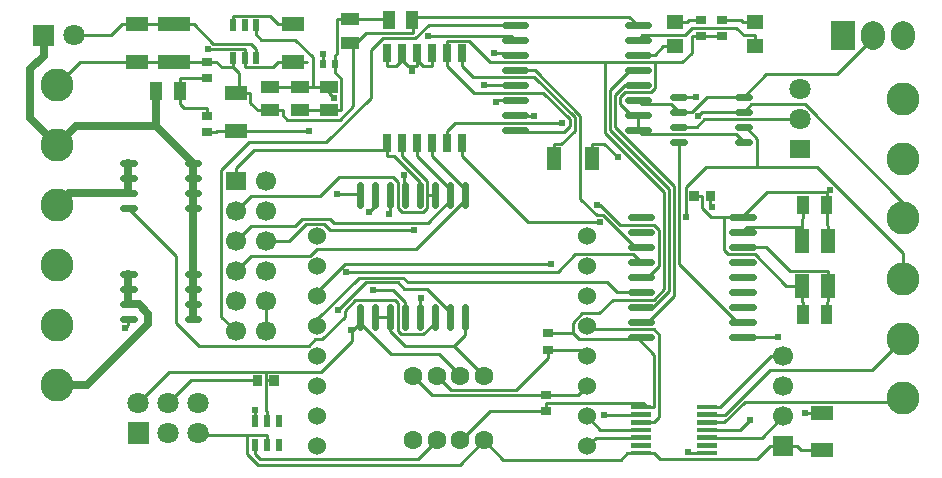
<source format=gtl>
G04 Layer: TopLayer*
G04 EasyEDA v6.4.7, 2020-12-07T12:31:00+11:00*
G04 abd5dd9122e84a36b54d064553817704,febe97c2bcdd4f57a3b586bf34626918,10*
G04 Gerber Generator version 0.2*
G04 Scale: 100 percent, Rotated: No, Reflected: No *
G04 Dimensions in millimeters *
G04 leading zeros omitted , absolute positions ,3 integer and 3 decimal *
%FSLAX33Y33*%
%MOMM*%
G90*
D02*

%ADD11C,0.259994*%
%ADD12C,0.650011*%
%ADD13C,0.599999*%
%ADD14C,0.610006*%
%ADD17R,1.550010X0.999998*%
%ADD18R,0.999998X1.550010*%
%ADD19R,0.499999X0.799998*%
%ADD20R,2.699995X1.199998*%
%ADD21R,0.899998X0.799998*%
%ADD22R,1.899996X1.199998*%
%ADD23R,0.550012X0.999998*%
%ADD24R,0.762000X1.524000*%
%ADD25R,1.399540X1.300480*%
%ADD26R,1.299997X1.999996*%
%ADD27R,0.499999X0.999998*%
%ADD29C,1.524000*%
%ADD30R,1.699997X1.699997*%
%ADD31C,1.699997*%
%ADD32C,1.799996*%
%ADD34C,1.599997*%
%ADD35C,2.800096*%
%ADD36R,1.699997X1.574800*%
%ADD37R,1.799996X1.574800*%
%ADD39C,1.999996*%

%LPD*%
G54D11*
G01X28829Y12192D02*
G01X28829Y12788D01*
G01X32379Y16339D01*
G01X36101Y16339D01*
G01X36522Y15918D01*
G01X53411Y15918D01*
G01X54216Y15113D01*
G01X56278Y15113D01*
G01X41148Y35306D02*
G01X41148Y34251D01*
G01X48945Y26416D02*
G01X48945Y27658D01*
G01X41148Y34251D02*
G01X42085Y33314D01*
G01X47269Y33314D01*
G01X50665Y29918D01*
G01X50665Y28778D01*
G01X49545Y27658D01*
G01X48945Y27658D01*
G01X38862Y12966D02*
G01X38862Y12527D01*
G01X37856Y11521D01*
G01X35946Y11521D01*
G01X35674Y11793D01*
G01X35674Y14168D01*
G01X35433Y14409D01*
G01X32110Y14409D01*
G01X31247Y13545D01*
G01X31247Y13032D01*
G01X29314Y11097D01*
G01X28689Y11097D01*
G01X28155Y10563D01*
G01X18839Y10563D01*
G01X16918Y12484D01*
G01X16918Y18186D01*
G01X12880Y22225D01*
G01X21971Y11811D02*
G01X20749Y13032D01*
G01X20749Y25438D01*
G01X23091Y27782D01*
G01X29608Y27782D01*
G01X33406Y31579D01*
G01X33406Y35605D01*
G01X34409Y36609D01*
G01X37190Y36609D01*
G01X38300Y37719D01*
G01X45605Y37719D01*
G01X55994Y32639D02*
G01X54891Y32639D01*
G01X54086Y31833D01*
G01X54086Y29042D01*
G01X59075Y24053D01*
G01X59075Y14747D01*
G01X56901Y12573D01*
G01X56278Y12573D01*
G01X31089Y38211D02*
G01X30556Y38211D01*
G01X31089Y38211D02*
G01X31623Y38211D01*
G01X31623Y38211D02*
G01X34831Y38211D01*
G01X34940Y38100D01*
G01X27432Y30495D02*
G01X29845Y30495D01*
G01X30911Y30495D02*
G01X30911Y33157D01*
G01X30345Y33723D01*
G01X29845Y30495D02*
G01X30911Y30495D01*
G01X30345Y34417D02*
G01X30345Y33723D01*
G01X30556Y38211D02*
G01X30556Y35318D01*
G01X30345Y35110D01*
G01X30345Y34417D02*
G01X30345Y35110D01*
G01X45605Y33909D02*
G01X47271Y33909D01*
G01X51163Y30020D01*
G01X51163Y22997D01*
G01X52524Y21635D01*
G01X53065Y21635D01*
G01X55778Y18923D01*
G01X56278Y18923D01*
G01X55994Y33909D02*
G01X55394Y33909D01*
G01X53665Y32176D01*
G01X53665Y28818D01*
G01X58653Y23830D01*
G01X58653Y15156D01*
G01X57340Y13843D01*
G01X56278Y13843D01*
G01X61854Y4079D02*
G01X63347Y4079D01*
G01X65064Y5793D01*
G01X78183Y5793D01*
G01X78488Y6096D01*
G54D12*
G01X18361Y15367D02*
G01X18361Y14097D01*
G01X18361Y14097D02*
G01X18361Y12827D01*
G01X18361Y15367D02*
G01X18361Y16637D01*
G01X18361Y16637D02*
G01X18361Y22225D01*
G01X18361Y24765D02*
G01X18361Y23495D01*
G01X18361Y23495D02*
G01X18361Y22225D01*
G01X18361Y26035D02*
G01X18361Y24765D01*
G01X15255Y29138D02*
G01X8437Y29138D01*
G01X6860Y27559D01*
G01X18361Y26035D02*
G01X15255Y29138D01*
G01X15255Y29138D02*
G01X15255Y32131D01*
G01X5715Y35105D02*
G01X4594Y33982D01*
G01X4594Y29824D01*
G01X6860Y27559D01*
G01X5715Y36830D02*
G01X5715Y35105D01*
G54D11*
G01X37338Y27686D02*
G01X37338Y26614D01*
G01X40132Y23820D01*
G01X40132Y23355D01*
G01X21971Y19431D02*
G01X23279Y20739D01*
G01X27033Y20739D01*
G01X27589Y21295D01*
G01X29954Y21295D01*
G01X30279Y20972D01*
G01X38237Y20972D01*
G01X40132Y22867D01*
G01X40132Y23355D01*
G01X61341Y38166D02*
G01X60332Y38166D01*
G01X60175Y38006D01*
G01X59182Y38006D02*
G01X60175Y38006D01*
G01X63119Y38166D02*
G01X64762Y38166D01*
G01X64919Y38006D01*
G01X65913Y38006D02*
G01X64919Y38006D01*
G01X59489Y27813D02*
G01X59499Y27805D01*
G01X59499Y17462D01*
G01X64386Y12573D01*
G01X64879Y12573D01*
G01X65913Y36850D02*
G01X64970Y36850D01*
G01X64361Y37457D01*
G01X60584Y37457D01*
G01X59974Y36850D01*
G01X56395Y36850D01*
G01X55994Y36449D01*
G01X65913Y35905D02*
G01X65913Y36850D01*
G01X55994Y35179D02*
G01X57462Y35179D01*
G01X58188Y35905D01*
G01X59182Y35905D02*
G01X58188Y35905D01*
G01X72092Y14333D02*
G01X72034Y14274D01*
G01X71993Y14274D01*
G01X71993Y13208D02*
G01X71993Y14274D01*
G01X72092Y14980D02*
G01X72092Y14333D01*
G01X72092Y14980D02*
G01X72092Y15626D01*
G01X72092Y16918D02*
G01X68889Y16918D01*
G01X66885Y18923D01*
G01X64879Y18923D01*
G01X72092Y15626D02*
G01X72092Y16918D01*
G01X69893Y19425D02*
G01X69893Y20612D01*
G01X69992Y22479D02*
G01X69992Y21412D01*
G01X69893Y20612D02*
G01X65298Y20612D01*
G01X64879Y20193D01*
G01X69992Y21412D02*
G01X69893Y21310D01*
G01X69893Y20612D01*
G01X25554Y37795D02*
G01X24836Y38514D01*
G01X21783Y38514D01*
G01X26797Y37795D02*
G01X25554Y37795D01*
G01X21783Y37721D02*
G01X21783Y38514D01*
G01X19558Y30728D02*
G01X17589Y30728D01*
G01X17256Y31064D01*
G01X19558Y30038D02*
G01X19558Y30728D01*
G01X17256Y32131D02*
G01X17256Y31064D01*
G01X19558Y33207D02*
G01X17266Y33207D01*
G01X17256Y33197D01*
G01X17256Y32131D02*
G01X17256Y33197D01*
G01X8255Y36830D02*
G01X11381Y36830D01*
G01X12346Y37795D01*
G01X23682Y34922D02*
G01X23682Y35714D01*
G01X16764Y37795D02*
G01X18407Y37795D01*
G01X12969Y37795D02*
G01X12346Y37795D01*
G01X12969Y37795D02*
G01X13589Y37795D01*
G01X13589Y37795D02*
G01X16764Y37795D01*
G01X18407Y37795D02*
G01X20063Y36136D01*
G01X23261Y36136D01*
G01X23682Y35714D01*
G01X34798Y27686D02*
G01X34798Y27157D01*
G01X34798Y27157D02*
G01X34798Y26631D01*
G01X21971Y24511D02*
G01X21971Y25590D01*
G01X34798Y27157D02*
G01X23538Y27157D01*
G01X21971Y25590D01*
G01X34798Y26631D02*
G01X35399Y26631D01*
G01X37592Y24439D01*
G01X37592Y23355D01*
G01X38183Y23355D02*
G01X38862Y23355D01*
G01X38183Y23355D02*
G01X38183Y22260D01*
G01X37838Y21912D01*
G01X36075Y21912D01*
G01X35730Y22260D01*
G01X35730Y24391D01*
G01X35290Y24831D01*
G01X30703Y24831D01*
G01X29116Y23241D01*
G01X23241Y23241D01*
G01X21971Y21971D01*
G01X36068Y27686D02*
G01X36068Y26631D01*
G01X36068Y26631D02*
G01X38183Y24516D01*
G01X38183Y23355D01*
G01X38608Y27686D02*
G01X38608Y26591D01*
G01X41402Y23797D01*
G01X41402Y23355D01*
G01X41402Y23355D02*
G01X41402Y22915D01*
G01X37244Y18757D01*
G01X28823Y18757D01*
G01X28227Y18161D01*
G01X23241Y18161D01*
G01X21971Y16891D01*
G54D12*
G01X12880Y26035D02*
G01X12880Y24765D01*
G01X12880Y24765D02*
G01X12880Y23495D01*
G01X12880Y23495D02*
G01X7874Y23495D01*
G01X6860Y22479D01*
G01X12880Y16637D02*
G01X12880Y15367D01*
G01X12880Y14097D02*
G01X12880Y15367D01*
G01X12880Y14097D02*
G01X13754Y14097D01*
G01X14574Y13276D01*
G01X14574Y12433D01*
G01X9380Y7239D01*
G01X6860Y7239D01*
G54D11*
G01X68326Y4572D02*
G01X66532Y2778D01*
G01X61854Y2778D01*
G01X56255Y3429D02*
G01X52832Y3429D01*
G01X51689Y4572D01*
G01X56255Y2778D02*
G01X52435Y2778D01*
G01X51689Y2032D01*
G01X57396Y4079D02*
G01X57845Y4526D01*
G01X57845Y11488D01*
G01X57393Y11938D01*
G01X51943Y11938D01*
G01X51689Y12192D01*
G01X56255Y4079D02*
G01X57396Y4079D01*
G01X61854Y4729D02*
G01X63400Y4729D01*
G01X67180Y8509D01*
G01X75819Y8509D01*
G01X78486Y11173D01*
G01X16256Y5715D02*
G01X18161Y7620D01*
G01X23809Y7620D01*
G01X62169Y23241D02*
G01X62169Y22499D01*
G01X39878Y27686D02*
G01X39878Y28740D01*
G01X62169Y22499D02*
G01X62257Y22407D01*
G01X62257Y22291D01*
G01X61854Y1478D02*
G01X60401Y1478D01*
G01X60294Y1584D01*
G01X49598Y29420D02*
G01X40558Y29420D01*
G01X39878Y28740D01*
G01X34798Y35306D02*
G01X34798Y34251D01*
G01X36068Y35306D02*
G01X36068Y34777D01*
G01X37338Y35306D02*
G01X37338Y34777D01*
G01X38608Y35306D02*
G01X38608Y34251D01*
G01X37338Y34777D02*
G01X37866Y34251D01*
G01X38608Y34251D01*
G01X34798Y34251D02*
G01X35542Y34251D01*
G01X36068Y34777D01*
G01X37338Y34777D02*
G01X37338Y34251D01*
G01X36068Y34777D02*
G01X36596Y34251D01*
G01X36939Y34251D01*
G01X36939Y34251D02*
G01X37338Y34251D01*
G01X36939Y33802D02*
G01X36939Y34251D01*
G01X36322Y12966D02*
G01X36322Y14295D01*
G01X35328Y15288D01*
G01X33604Y15288D01*
G01X27432Y32496D02*
G01X28498Y32496D01*
G01X29845Y32496D02*
G01X28498Y32496D01*
G01X27432Y32496D02*
G01X24892Y32496D01*
G01X29845Y32496D02*
G01X29845Y31973D01*
G01X30297Y31523D01*
G01X23682Y37721D02*
G01X23682Y36929D01*
G01X28498Y32496D02*
G01X28498Y34980D01*
G01X27002Y36479D01*
G01X24132Y36479D01*
G01X23682Y36929D01*
G01X45605Y36449D02*
G01X45267Y36786D01*
G01X38214Y36786D01*
G01X56255Y4729D02*
G01X53121Y4729D01*
G01X23637Y1381D02*
G01X24061Y960D01*
G01X37424Y960D01*
G01X39004Y2540D01*
G01X23637Y2174D02*
G01X23637Y1381D01*
G01X48387Y10220D02*
G01X51120Y10220D01*
G01X51689Y9652D01*
G01X39004Y8001D02*
G01X40167Y6837D01*
G01X45694Y6837D01*
G01X48387Y9530D01*
G01X48387Y10220D02*
G01X48387Y9530D01*
G01X45605Y30099D02*
G01X45648Y30055D01*
G01X47249Y30055D01*
G01X33782Y23355D02*
G01X33782Y22367D01*
G01X33291Y21877D01*
G01X48260Y6416D02*
G01X50993Y6416D01*
G01X51689Y7112D01*
G01X37005Y8001D02*
G01X38590Y6416D01*
G01X48260Y6416D01*
G01X23637Y4175D02*
G01X23637Y5153D01*
G01X35052Y23355D02*
G01X35052Y21846D01*
G01X34922Y21717D01*
G01X43975Y31216D02*
G01X44127Y31369D01*
G01X45605Y31369D01*
G01X64970Y27813D02*
G01X64335Y28448D01*
G01X56375Y28448D01*
G01X55994Y28829D01*
G01X61341Y36763D02*
G01X63119Y36763D01*
G01X61341Y36763D02*
G01X60599Y36763D01*
G01X48387Y11623D02*
G01X49128Y11623D01*
G01X55994Y30099D02*
G01X55994Y28829D01*
G01X56088Y11112D02*
G01X57396Y9804D01*
G01X57396Y5379D01*
G01X56278Y11303D02*
G01X56088Y11112D01*
G01X48260Y5013D02*
G01X43479Y5013D01*
G01X41005Y2540D01*
G01X56255Y5379D02*
G01X56827Y5379D01*
G01X56827Y5379D02*
G01X57396Y5379D01*
G01X56827Y5379D02*
G01X56497Y5707D01*
G01X48260Y5707D01*
G01X48260Y5013D02*
G01X48260Y5707D01*
G01X32512Y23355D02*
G01X32473Y23393D01*
G01X30573Y23393D01*
G01X25212Y7620D02*
G01X24518Y7620D01*
G01X24638Y4175D02*
G01X24638Y4968D01*
G01X24518Y7620D02*
G01X24518Y5087D01*
G01X24638Y4968D01*
G01X24518Y8336D02*
G01X24518Y7620D01*
G01X13716Y5715D02*
G01X16362Y8361D01*
G01X24493Y8361D01*
G01X24518Y8336D01*
G01X60599Y36763D02*
G01X60599Y35377D01*
G01X59766Y34544D01*
G01X57497Y34544D01*
G01X39878Y35831D02*
G01X39878Y36360D01*
G01X39878Y35831D02*
G01X39878Y35306D01*
G01X39878Y35306D02*
G01X39878Y34251D01*
G01X24518Y8336D02*
G01X29156Y8336D01*
G01X31798Y10980D01*
G01X31798Y11785D01*
G01X31798Y11785D02*
G01X31711Y11871D01*
G01X32512Y12446D02*
G01X31851Y11785D01*
G01X31798Y11785D01*
G01X41005Y8001D02*
G01X39149Y9857D01*
G01X35102Y9857D01*
G01X32512Y12446D01*
G01X32512Y12446D02*
G01X32512Y12966D01*
G01X45605Y28829D02*
G01X45788Y28646D01*
G01X49735Y28646D01*
G01X50241Y29151D01*
G01X50241Y29743D01*
G01X48023Y31960D01*
G01X42169Y31960D01*
G01X39878Y34251D01*
G01X55994Y30099D02*
G01X55412Y30099D01*
G01X54510Y31003D01*
G01X54510Y31658D01*
G01X54899Y32047D01*
G01X57142Y32047D01*
G01X57497Y32402D01*
G01X57497Y34544D01*
G01X57497Y34544D02*
G01X53218Y34544D01*
G01X53218Y34544D02*
G01X43533Y34544D01*
G01X41716Y36360D01*
G01X39878Y36360D01*
G01X50510Y11623D02*
G01X49128Y11623D01*
G01X56088Y11112D02*
G01X51020Y11112D01*
G01X50510Y11623D01*
G01X53218Y34544D02*
G01X53218Y28559D01*
G01X58229Y23550D01*
G01X58229Y15331D01*
G01X57353Y14455D01*
G01X53901Y14455D01*
G01X52758Y13312D01*
G01X51318Y13312D01*
G01X50510Y12504D01*
G01X50510Y11623D01*
G01X45605Y32639D02*
G01X42976Y32639D01*
G01X19558Y28635D02*
G01X20299Y28635D01*
G01X20299Y28635D02*
G01X20416Y28752D01*
G01X21971Y28752D01*
G01X21971Y28752D02*
G01X28191Y28752D01*
G01X67873Y11303D02*
G01X64879Y11303D01*
G01X59489Y31623D02*
G01X60965Y31623D01*
G01X43850Y35313D02*
G01X45471Y35313D01*
G01X45605Y35179D01*
G01X36322Y23355D02*
G01X36200Y23477D01*
G01X36200Y24978D01*
G01X24638Y2174D02*
G01X24638Y2966D01*
G01X35052Y12966D02*
G01X33782Y12966D01*
G01X69893Y14333D02*
G01X69951Y14274D01*
G01X69992Y14274D01*
G01X69992Y13208D02*
G01X69992Y14274D01*
G01X60766Y23241D02*
G01X61460Y23241D01*
G01X71628Y1701D02*
G01X69799Y1701D01*
G01X69469Y2032D01*
G01X55994Y37719D02*
G01X55288Y38425D01*
G01X37266Y38425D01*
G01X36941Y38100D01*
G01X55994Y31369D02*
G01X56332Y31031D01*
G01X58813Y31031D01*
G01X59489Y30353D01*
G01X69893Y14980D02*
G01X69893Y14333D01*
G01X69893Y14980D02*
G01X69893Y15626D01*
G01X71993Y22479D02*
G01X71993Y21516D01*
G01X71993Y21516D02*
G01X71993Y20817D01*
G01X72092Y20718D01*
G01X23213Y31953D02*
G01X23213Y31107D01*
G01X23825Y30495D01*
G01X24892Y30495D02*
G01X23825Y30495D01*
G01X72092Y19425D02*
G01X72092Y20718D01*
G01X21783Y34129D02*
G01X20779Y34129D01*
G01X20299Y34610D01*
G01X21783Y34922D02*
G01X21783Y34129D01*
G01X21971Y31953D02*
G01X22245Y31953D01*
G01X22245Y31953D02*
G01X23213Y31953D01*
G01X19928Y34610D02*
G01X20299Y34610D01*
G01X19928Y34610D02*
G01X19558Y34610D01*
G01X19558Y34610D02*
G01X18420Y34610D01*
G01X18407Y34594D01*
G01X16764Y34594D02*
G01X18407Y34594D01*
G01X16764Y34594D02*
G01X13589Y34594D01*
G01X13589Y34594D02*
G01X8813Y34594D01*
G01X6858Y32636D01*
G01X36941Y38100D02*
G01X36941Y37033D01*
G01X22245Y31953D02*
G01X22245Y33665D01*
G01X21783Y34129D01*
G01X36941Y37033D02*
G01X32979Y37033D01*
G01X32156Y36210D01*
G01X24511Y14351D02*
G01X24511Y11811D01*
G01X75946Y36830D02*
G01X75946Y36636D01*
G01X72852Y33543D01*
G01X66890Y33543D01*
G01X64970Y31623D01*
G01X56255Y1478D02*
G01X55112Y1478D01*
G01X68897Y2032D02*
G01X69469Y2032D01*
G01X68897Y2032D02*
G01X68326Y2032D01*
G01X67183Y2032D02*
G01X66139Y985D01*
G01X57889Y985D01*
G01X57396Y1478D01*
G01X68326Y2032D02*
G01X67183Y2032D01*
G01X56255Y1478D02*
G01X57396Y1478D01*
G01X71993Y22479D02*
G01X71993Y23545D01*
G01X64879Y21463D02*
G01X66962Y23545D01*
G01X71993Y23545D01*
G01X31623Y36210D02*
G01X31889Y36210D01*
G01X31889Y36210D02*
G01X32156Y36210D01*
G01X24892Y30495D02*
G01X25958Y30495D01*
G01X43004Y2540D02*
G01X44617Y927D01*
G01X54561Y927D01*
G01X55112Y1478D01*
G01X24638Y2966D02*
G01X22887Y2966D01*
G01X22887Y2966D02*
G01X19004Y2966D01*
G01X18796Y3175D01*
G01X22887Y2966D02*
G01X22887Y1399D01*
G01X23827Y459D01*
G01X40924Y459D01*
G01X43004Y2540D01*
G01X63289Y21463D02*
G01X63289Y18651D01*
G01X63649Y18288D01*
G01X65930Y18288D01*
G01X68592Y15626D01*
G01X69893Y15626D01*
G01X64879Y21463D02*
G01X63289Y21463D01*
G01X63289Y21463D02*
G01X62202Y21463D01*
G01X61460Y22204D01*
G01X61460Y23241D01*
G01X40457Y10548D02*
G01X43004Y8001D01*
G01X41402Y12966D02*
G01X41402Y11496D01*
G01X40457Y10548D01*
G01X40457Y10548D02*
G01X40457Y10548D01*
G01X36283Y10548D01*
G01X35052Y11780D01*
G01X35052Y12966D01*
G01X59489Y30353D02*
G01X60579Y30353D01*
G01X61849Y31623D01*
G01X64970Y31623D01*
G01X71993Y23545D02*
G01X72184Y23736D01*
G01X72280Y23736D01*
G01X25958Y30495D02*
G01X25958Y30099D01*
G01X26355Y29702D01*
G01X30764Y29702D01*
G01X31889Y30830D01*
G01X31889Y36210D01*
G01X56278Y17653D02*
G01X55605Y18326D01*
G01X50736Y18326D01*
G01X49220Y16812D01*
G01X31335Y16812D01*
G01X24511Y19431D02*
G01X26459Y19431D01*
G01X27899Y20873D01*
G01X29461Y20873D01*
G01X29959Y20375D01*
G01X37053Y20375D01*
G01X37622Y14599D02*
G01X37592Y14569D01*
G01X37592Y12966D01*
G01X61854Y3429D02*
G01X64643Y3429D01*
G01X65524Y4310D01*
G01X68326Y9652D02*
G01X67269Y9652D01*
G01X62997Y5379D01*
G01X61854Y5379D02*
G01X62997Y5379D01*
G01X71628Y4902D02*
G01X70385Y4902D01*
G01X70170Y4831D02*
G01X70314Y4831D01*
G01X70385Y4902D01*
G01X69723Y29718D02*
G01X61653Y29718D01*
G01X61018Y29083D01*
G01X59489Y29083D01*
G01X78486Y21336D02*
G01X78486Y22664D01*
G01X70162Y30988D01*
G01X65605Y30988D01*
G01X64970Y30353D01*
G01X52146Y27658D02*
G01X53179Y27658D01*
G01X54315Y26522D01*
G01X61127Y30035D02*
G01X61445Y30353D01*
G01X64970Y30353D01*
G01X52146Y26416D02*
G01X52146Y27658D01*
G01X30650Y13586D02*
G01X32981Y15918D01*
G01X35712Y15918D01*
G01X36228Y15405D01*
G01X38135Y15405D01*
G01X40132Y13406D01*
G01X40132Y12966D01*
G01X12880Y12827D02*
G01X12880Y12339D01*
G01X12600Y12059D01*
G01X64970Y29083D02*
G01X65135Y29083D01*
G01X66149Y28069D01*
G01X66149Y25661D01*
G01X66149Y25661D02*
G01X71221Y25661D01*
G01X78486Y18399D01*
G01X78486Y16253D01*
G01X52816Y21038D02*
G01X46741Y21038D01*
G01X41148Y26631D01*
G01X41148Y27686D02*
G01X41148Y26631D01*
G01X66149Y25661D02*
G01X61752Y25661D01*
G01X60076Y23985D01*
G01X60076Y21490D01*
G01X60116Y21450D01*
G01X52522Y22481D02*
G01X52816Y22481D01*
G01X54513Y20784D01*
G01X57383Y20784D01*
G01X57807Y20363D01*
G01X57807Y17274D01*
G01X56913Y16383D01*
G01X56278Y16383D01*
G01X28829Y14732D02*
G01X28829Y15151D01*
G01X31193Y17515D01*
G01X48668Y17515D01*
G01X25554Y34594D02*
G01X25090Y34129D01*
G01X22733Y34129D01*
G01X26797Y34594D02*
G01X25554Y34594D01*
G01X22733Y34630D02*
G01X22733Y34129D01*
G01X22733Y34630D02*
G01X22733Y34922D01*
G01X29344Y35283D02*
G01X29344Y34417D01*
G01X22733Y35714D02*
G01X19608Y35714D01*
G01X22733Y34922D02*
G01X22733Y35714D01*
G01X26797Y34594D02*
G01X28039Y34594D01*
G54D13*
G01X56844Y28829D02*
G01X55144Y28829D01*
G01X56844Y30099D02*
G01X55144Y30099D01*
G01X56844Y31369D02*
G01X55144Y31369D01*
G01X56844Y32639D02*
G01X55144Y32639D01*
G01X56844Y33909D02*
G01X55144Y33909D01*
G01X56844Y35179D02*
G01X55144Y35179D01*
G01X56844Y36449D02*
G01X55144Y36449D01*
G01X56844Y37719D02*
G01X55144Y37719D01*
G01X46455Y28829D02*
G01X44755Y28829D01*
G01X46455Y30099D02*
G01X44755Y30099D01*
G01X46455Y31369D02*
G01X44755Y31369D01*
G01X46455Y32639D02*
G01X44755Y32639D01*
G01X46455Y33909D02*
G01X44755Y33909D01*
G01X46455Y35179D02*
G01X44755Y35179D01*
G01X46455Y36449D02*
G01X44755Y36449D01*
G01X46455Y37719D02*
G01X44755Y37719D01*
G01X65728Y11303D02*
G01X64028Y11303D01*
G01X65728Y12573D02*
G01X64028Y12573D01*
G01X65728Y13843D02*
G01X64028Y13843D01*
G01X65728Y15113D02*
G01X64028Y15113D01*
G01X65728Y16383D02*
G01X64028Y16383D01*
G01X65728Y17653D02*
G01X64028Y17653D01*
G01X65728Y18923D02*
G01X64028Y18923D01*
G01X65728Y20193D02*
G01X64028Y20193D01*
G01X65728Y21463D02*
G01X64028Y21463D01*
G01X57129Y11303D02*
G01X55429Y11303D01*
G01X57129Y12573D02*
G01X55429Y12573D01*
G01X57129Y13843D02*
G01X55429Y13843D01*
G01X57129Y15113D02*
G01X55429Y15113D01*
G01X57129Y16383D02*
G01X55429Y16383D01*
G01X57129Y17653D02*
G01X55429Y17653D01*
G01X57129Y18923D02*
G01X55429Y18923D01*
G01X57129Y20193D02*
G01X55429Y20193D01*
G01X57129Y21463D02*
G01X55429Y21463D01*
G01X32512Y12116D02*
G01X32512Y13816D01*
G01X33782Y12116D02*
G01X33782Y13816D01*
G01X35052Y12116D02*
G01X35052Y13816D01*
G01X36322Y12116D02*
G01X36322Y13816D01*
G01X37592Y12116D02*
G01X37592Y13816D01*
G01X38862Y12116D02*
G01X38862Y13816D01*
G01X40132Y12116D02*
G01X40132Y13816D01*
G01X41402Y12116D02*
G01X41402Y13816D01*
G01X32512Y22505D02*
G01X32512Y24205D01*
G01X33782Y22505D02*
G01X33782Y24205D01*
G01X35052Y22505D02*
G01X35052Y24205D01*
G01X36322Y22505D02*
G01X36322Y24205D01*
G01X37592Y22505D02*
G01X37592Y24205D01*
G01X38862Y22505D02*
G01X38862Y24205D01*
G01X40132Y22505D02*
G01X40132Y24205D01*
G01X41402Y22505D02*
G01X41402Y24205D01*
G01X17900Y22225D02*
G01X18820Y22225D01*
G01X17900Y23495D02*
G01X18820Y23495D01*
G01X17900Y24765D02*
G01X18820Y24765D01*
G01X17900Y26035D02*
G01X18820Y26035D01*
G01X12421Y22225D02*
G01X13341Y22225D01*
G01X12421Y23495D02*
G01X13341Y23495D01*
G01X12421Y24765D02*
G01X13341Y24765D01*
G01X12421Y26035D02*
G01X13341Y26035D01*
G01X17900Y12827D02*
G01X18820Y12827D01*
G01X17900Y14097D02*
G01X18820Y14097D01*
G01X17900Y15367D02*
G01X18820Y15367D01*
G01X17900Y16637D02*
G01X18820Y16637D01*
G01X12421Y12827D02*
G01X13341Y12827D01*
G01X12421Y14097D02*
G01X13341Y14097D01*
G01X12421Y15367D02*
G01X13341Y15367D01*
G01X12421Y16637D02*
G01X13341Y16637D01*
G01X64509Y27813D02*
G01X65429Y27813D01*
G01X64509Y29083D02*
G01X65429Y29083D01*
G01X64509Y30353D02*
G01X65429Y30353D01*
G01X64509Y31623D02*
G01X65429Y31623D01*
G01X59030Y27813D02*
G01X59950Y27813D01*
G01X59030Y29083D02*
G01X59950Y29083D01*
G01X59030Y30353D02*
G01X59950Y30353D01*
G01X59030Y31623D02*
G01X59950Y31623D01*
G36*
G01X61767Y23691D02*
G01X62567Y23691D01*
G01X62567Y22790D01*
G01X61767Y22790D01*
G01X61767Y23691D01*
G37*
G36*
G01X60368Y23691D02*
G01X61168Y23691D01*
G01X61168Y22790D01*
G01X60368Y22790D01*
G01X60368Y23691D01*
G37*
G36*
G01X24810Y8070D02*
G01X25610Y8070D01*
G01X25610Y7169D01*
G01X24810Y7169D01*
G01X24810Y8070D01*
G37*
G36*
G01X23411Y8070D02*
G01X24211Y8070D01*
G01X24211Y7169D01*
G01X23411Y7169D01*
G01X23411Y8070D01*
G37*
G36*
G01X55404Y5578D02*
G01X57104Y5578D01*
G01X57104Y5178D01*
G01X55404Y5178D01*
G01X55404Y5578D01*
G37*
G36*
G01X55404Y4928D02*
G01X57104Y4928D01*
G01X57104Y4528D01*
G01X55404Y4528D01*
G01X55404Y4928D01*
G37*
G36*
G01X55404Y4278D02*
G01X57104Y4278D01*
G01X57104Y3878D01*
G01X55404Y3878D01*
G01X55404Y4278D01*
G37*
G36*
G01X55404Y3628D02*
G01X57104Y3628D01*
G01X57104Y3229D01*
G01X55404Y3229D01*
G01X55404Y3628D01*
G37*
G36*
G01X55404Y2979D02*
G01X57104Y2979D01*
G01X57104Y2579D01*
G01X55404Y2579D01*
G01X55404Y2979D01*
G37*
G36*
G01X55404Y2329D02*
G01X57104Y2329D01*
G01X57104Y1929D01*
G01X55404Y1929D01*
G01X55404Y2329D01*
G37*
G36*
G01X55404Y1679D02*
G01X57104Y1679D01*
G01X57104Y1279D01*
G01X55404Y1279D01*
G01X55404Y1679D01*
G37*
G36*
G01X61005Y1679D02*
G01X62705Y1679D01*
G01X62705Y1279D01*
G01X61005Y1279D01*
G01X61005Y1679D01*
G37*
G36*
G01X61005Y2329D02*
G01X62705Y2329D01*
G01X62705Y1929D01*
G01X61005Y1929D01*
G01X61005Y2329D01*
G37*
G36*
G01X61005Y2979D02*
G01X62705Y2979D01*
G01X62705Y2579D01*
G01X61005Y2579D01*
G01X61005Y2979D01*
G37*
G36*
G01X61005Y3628D02*
G01X62705Y3628D01*
G01X62705Y3229D01*
G01X61005Y3229D01*
G01X61005Y3628D01*
G37*
G36*
G01X61005Y4278D02*
G01X62705Y4278D01*
G01X62705Y3878D01*
G01X61005Y3878D01*
G01X61005Y4278D01*
G37*
G36*
G01X61005Y4928D02*
G01X62705Y4928D01*
G01X62705Y4528D01*
G01X61005Y4528D01*
G01X61005Y4928D01*
G37*
G36*
G01X61005Y5578D02*
G01X62705Y5578D01*
G01X62705Y5178D01*
G01X61005Y5178D01*
G01X61005Y5578D01*
G37*
G54D17*
G01X27432Y30496D03*
G01X27432Y32495D03*
G54D18*
G01X36940Y38100D03*
G01X34941Y38100D03*
G54D17*
G01X31623Y36211D03*
G01X31623Y38210D03*
G54D19*
G01X29345Y34417D03*
G01X30344Y34417D03*
G54D20*
G01X16764Y37795D03*
G01X16764Y34594D03*
G54D18*
G01X15256Y32131D03*
G01X17255Y32131D03*
G54D21*
G01X19558Y33208D03*
G01X19558Y34608D03*
G54D22*
G01X13589Y37795D03*
G01X13589Y34594D03*
G54D21*
G01X19558Y28636D03*
G01X19558Y30036D03*
G54D17*
G01X24892Y30496D03*
G01X24892Y32495D03*
G01X29845Y30496D03*
G01X29845Y32495D03*
G54D23*
G01X23683Y34921D03*
G01X22733Y34921D03*
G01X21783Y34921D03*
G01X21783Y37722D03*
G01X22733Y37722D03*
G01X23683Y37722D03*
G54D22*
G01X26797Y37795D03*
G01X26797Y34594D03*
G01X21971Y28752D03*
G01X21971Y31953D03*
G54D24*
G01X38608Y27686D03*
G01X38608Y35306D03*
G01X39878Y35306D03*
G01X39878Y27686D03*
G01X41148Y27686D03*
G01X41148Y35306D03*
G01X37338Y35306D03*
G01X37338Y27686D03*
G01X36068Y27686D03*
G01X36068Y35306D03*
G01X34798Y35306D03*
G01X34798Y27686D03*
G36*
G01X69493Y23254D02*
G01X70493Y23254D01*
G01X70493Y21703D01*
G01X69493Y21703D01*
G01X69493Y23254D01*
G37*
G36*
G01X71492Y23254D02*
G01X72492Y23254D01*
G01X72492Y21703D01*
G01X71492Y21703D01*
G01X71492Y23254D01*
G37*
G36*
G01X69493Y13983D02*
G01X70493Y13983D01*
G01X70493Y12432D01*
G01X69493Y12432D01*
G01X69493Y13983D01*
G37*
G36*
G01X71492Y13983D02*
G01X72492Y13983D01*
G01X72492Y12432D01*
G01X71492Y12432D01*
G01X71492Y13983D01*
G37*
G54D21*
G01X48387Y10221D03*
G01X48387Y11622D03*
G01X48260Y5014D03*
G01X48260Y6415D03*
G54D22*
G01X71628Y1702D03*
G01X71628Y4902D03*
G54D25*
G01X65913Y38007D03*
G01X65913Y35906D03*
G01X59182Y38007D03*
G01X59182Y35906D03*
G54D26*
G01X72093Y15626D03*
G01X69892Y19425D03*
G01X72093Y19425D03*
G01X69892Y15626D03*
G54D21*
G01X63119Y36764D03*
G01X63119Y38165D03*
G01X61341Y36764D03*
G01X61341Y38165D03*
G54D27*
G01X25638Y4174D03*
G01X24638Y4174D03*
G01X23637Y4174D03*
G01X23637Y2175D03*
G01X24638Y2175D03*
G01X25638Y2175D03*
G36*
G01X51546Y27366D02*
G01X52746Y27366D01*
G01X52746Y25465D01*
G01X51546Y25465D01*
G01X51546Y27366D01*
G37*
G36*
G01X48345Y27366D02*
G01X49545Y27366D01*
G01X49545Y25465D01*
G01X48345Y25465D01*
G01X48345Y27366D01*
G37*
G54D29*
G01X28829Y2032D03*
G01X28829Y4572D03*
G01X28829Y7112D03*
G01X28829Y9652D03*
G01X28829Y12192D03*
G01X28829Y14732D03*
G01X28829Y17272D03*
G01X28829Y19812D03*
G01X51689Y2032D03*
G01X51689Y4572D03*
G01X51689Y7112D03*
G01X51689Y9652D03*
G01X51689Y12192D03*
G01X51689Y14732D03*
G01X51689Y17272D03*
G01X51689Y19812D03*
G54D30*
G01X68326Y2032D03*
G54D31*
G01X68326Y4572D03*
G01X68326Y7112D03*
G01X68326Y9652D03*
G54D32*
G01X18796Y5715D03*
G01X18796Y3175D03*
G01X16256Y5715D03*
G01X16256Y3175D03*
G01X13716Y5715D03*
G36*
G01X12816Y4074D02*
G01X14615Y4074D01*
G01X14615Y2275D01*
G01X12816Y2275D01*
G01X12816Y4074D01*
G37*
G54D34*
G01X37005Y2540D03*
G01X39005Y2540D03*
G01X41004Y2540D03*
G01X43004Y2540D03*
G01X37005Y8001D03*
G01X39005Y8001D03*
G01X41004Y8001D03*
G01X43004Y8001D03*
G54D35*
G01X6859Y7240D03*
G01X6859Y12320D03*
G01X6857Y17398D03*
G01X6859Y22480D03*
G01X6859Y27560D03*
G01X6856Y32637D03*
G01X78484Y31494D03*
G01X78484Y26414D03*
G01X78486Y21336D03*
G01X78484Y16254D03*
G01X78484Y11174D03*
G01X78487Y6097D03*
G54D31*
G01X24511Y11811D03*
G01X21971Y11811D03*
G01X24511Y14351D03*
G01X21971Y14351D03*
G01X24511Y16891D03*
G01X21971Y16891D03*
G01X24511Y19431D03*
G01X21971Y19431D03*
G01X24511Y21971D03*
G01X21971Y21971D03*
G01X24511Y24511D03*
G54D36*
G01X21971Y24511D03*
G54D32*
G01X69723Y32258D03*
G01X69723Y29718D03*
G54D37*
G01X69723Y27178D03*
G36*
G01X72405Y38079D02*
G01X74406Y38079D01*
G01X74406Y35580D01*
G01X72405Y35580D01*
G01X72405Y38079D01*
G37*
G54D32*
G01X8255Y36830D03*
G36*
G01X4815Y37729D02*
G01X6614Y37729D01*
G01X6614Y35930D01*
G01X4815Y35930D01*
G01X4815Y37729D01*
G37*
G54D14*
G01X49598Y29420D03*
G01X62257Y22291D03*
G01X60294Y1584D03*
G01X33604Y15288D03*
G01X36939Y33802D03*
G01X30297Y31523D03*
G01X38214Y36786D03*
G01X53121Y4729D03*
G01X47249Y30055D03*
G01X33291Y21877D03*
G01X23637Y5153D03*
G01X34922Y21717D03*
G01X43975Y31216D03*
G01X30573Y23393D03*
G01X31711Y11871D03*
G01X42976Y32639D03*
G01X28191Y28752D03*
G01X60965Y31623D03*
G01X67873Y11303D03*
G01X36200Y24978D03*
G01X43850Y35313D03*
G01X72280Y23736D03*
G01X31335Y16812D03*
G01X37053Y20375D03*
G01X37622Y14599D03*
G01X65524Y4310D03*
G01X70170Y4831D03*
G01X54315Y26522D03*
G01X61127Y30035D03*
G01X12600Y12059D03*
G01X30650Y13586D03*
G01X60116Y21450D03*
G01X52816Y21038D03*
G01X52522Y22481D03*
G01X48668Y17515D03*
G01X19608Y35714D03*
G01X29344Y35283D03*
G54D39*
G01X75946Y37080D02*
G01X75946Y36580D01*
G01X78486Y37080D02*
G01X78486Y36580D01*
M00*
M02*

</source>
